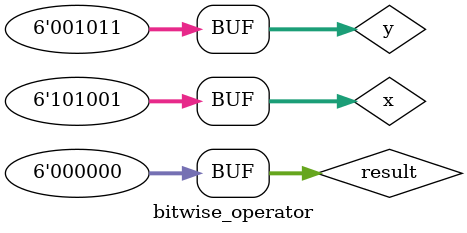
<source format=v>
module bitwise_operator(
    //no inputs here
    );

    reg[5:0] x = 0;
    reg[5:0] y = 0;
    reg[5:0] result = 0;

    initial begin
        $monitor("MON x=%b, y=%b, result=%b \n", x, y, result);
    end

    initial begin
        #1;
        x = 6'b00_0101;
        y = 6'b11_0001;
        result = x & y;

        #1;
        result=~(x & y);

        #1;
        x = 6'b10_1001;
        y = 6'b00_1011;
        result= x | y;

        #1;
        result= ~(x | y);

        #1
        result= x ^ y;

        #1
        result = x ~^ y;

        #1
        result = ~(x ^ y);
    end
endmodule
</source>
